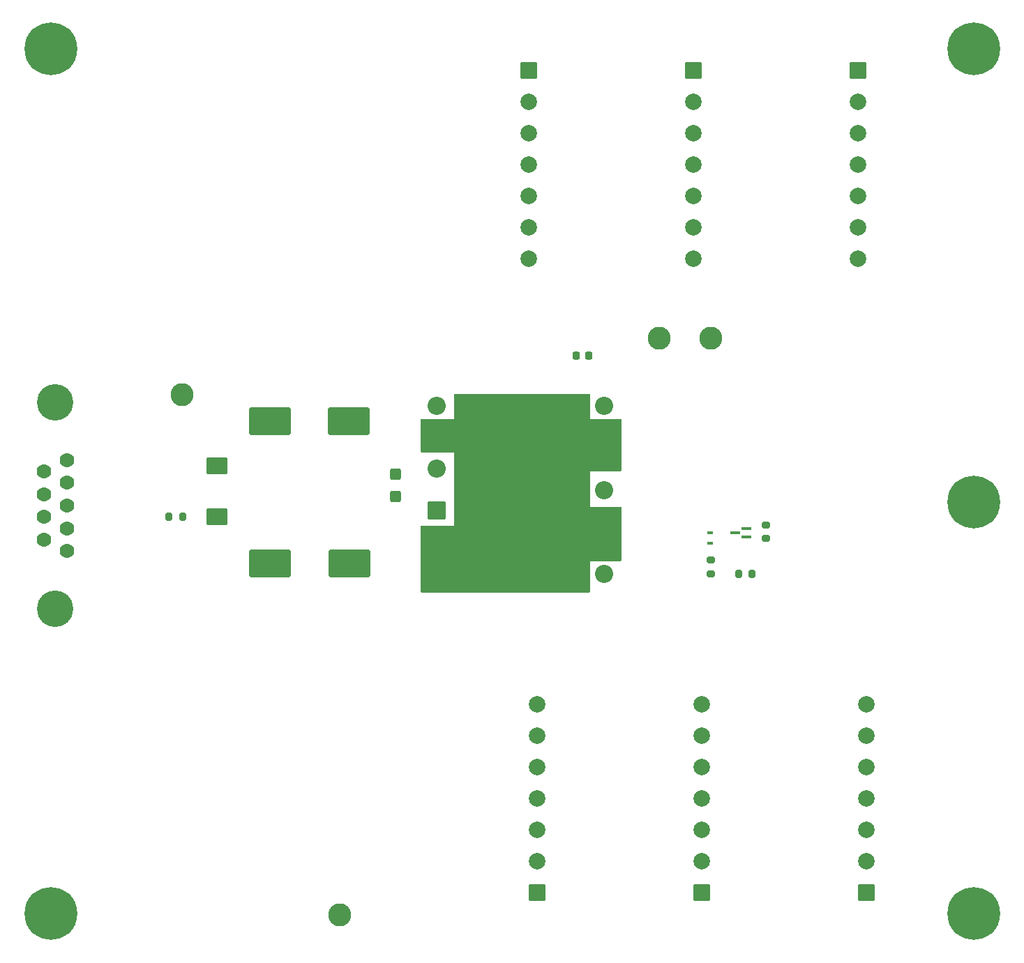
<source format=gbr>
%TF.GenerationSoftware,KiCad,Pcbnew,8.0.6*%
%TF.CreationDate,2025-03-03T14:35:36-05:00*%
%TF.ProjectId,SiPM_Bias_BRD_Telem_PWR,5369504d-5f42-4696-9173-5f4252445f54,rev?*%
%TF.SameCoordinates,Original*%
%TF.FileFunction,Soldermask,Top*%
%TF.FilePolarity,Negative*%
%FSLAX46Y46*%
G04 Gerber Fmt 4.6, Leading zero omitted, Abs format (unit mm)*
G04 Created by KiCad (PCBNEW 8.0.6) date 2025-03-03 14:35:36*
%MOMM*%
%LPD*%
G01*
G04 APERTURE LIST*
G04 Aperture macros list*
%AMRoundRect*
0 Rectangle with rounded corners*
0 $1 Rounding radius*
0 $2 $3 $4 $5 $6 $7 $8 $9 X,Y pos of 4 corners*
0 Add a 4 corners polygon primitive as box body*
4,1,4,$2,$3,$4,$5,$6,$7,$8,$9,$2,$3,0*
0 Add four circle primitives for the rounded corners*
1,1,$1+$1,$2,$3*
1,1,$1+$1,$4,$5*
1,1,$1+$1,$6,$7*
1,1,$1+$1,$8,$9*
0 Add four rect primitives between the rounded corners*
20,1,$1+$1,$2,$3,$4,$5,0*
20,1,$1+$1,$4,$5,$6,$7,0*
20,1,$1+$1,$6,$7,$8,$9,0*
20,1,$1+$1,$8,$9,$2,$3,0*%
G04 Aperture macros list end*
%ADD10RoundRect,0.250000X1.025000X-0.787500X1.025000X0.787500X-1.025000X0.787500X-1.025000X-0.787500X0*%
%ADD11C,6.400000*%
%ADD12RoundRect,0.250000X0.425000X-0.450000X0.425000X0.450000X-0.425000X0.450000X-0.425000X-0.450000X0*%
%ADD13RoundRect,0.102000X0.900000X-0.900000X0.900000X0.900000X-0.900000X0.900000X-0.900000X-0.900000X0*%
%ADD14C,2.004000*%
%ADD15RoundRect,0.200000X-0.275000X0.200000X-0.275000X-0.200000X0.275000X-0.200000X0.275000X0.200000X0*%
%ADD16RoundRect,0.102000X-0.900000X0.900000X-0.900000X-0.900000X0.900000X-0.900000X0.900000X0.900000X0*%
%ADD17RoundRect,0.225000X0.225000X0.250000X-0.225000X0.250000X-0.225000X-0.250000X0.225000X-0.250000X0*%
%ADD18C,2.800000*%
%ADD19C,1.764000*%
%ADD20C,4.420000*%
%ADD21RoundRect,0.170000X2.330000X-1.530000X2.330000X1.530000X-2.330000X1.530000X-2.330000X-1.530000X0*%
%ADD22RoundRect,0.200000X-0.200000X-0.275000X0.200000X-0.275000X0.200000X0.275000X-0.200000X0.275000X0*%
%ADD23R,0.711200X0.444500*%
%ADD24RoundRect,0.102000X1.000000X-1.000000X1.000000X1.000000X-1.000000X1.000000X-1.000000X-1.000000X0*%
%ADD25C,2.204000*%
%ADD26R,1.161200X0.350800*%
G04 APERTURE END LIST*
D10*
%TO.C,C1*%
X255170000Y-196802500D03*
X255170000Y-190577500D03*
%TD*%
D11*
%TO.C,H6*%
X235000000Y-140000000D03*
%TD*%
D12*
%TO.C,C2*%
X276860221Y-194340657D03*
X276860221Y-191640657D03*
%TD*%
D13*
%TO.C,J5*%
X294000000Y-242400000D03*
D14*
X294000000Y-238590000D03*
X294000000Y-234780000D03*
X294000000Y-230970000D03*
X294000000Y-227160000D03*
X294000000Y-223350000D03*
X294000000Y-219540000D03*
%TD*%
D11*
%TO.C,H5*%
X347000000Y-195000000D03*
%TD*%
D15*
%TO.C,R4*%
X315076825Y-202083175D03*
X315076825Y-203733175D03*
%TD*%
D13*
%TO.C,J6*%
X314000000Y-242400000D03*
D14*
X314000000Y-238590000D03*
X314000000Y-234780000D03*
X314000000Y-230970000D03*
X314000000Y-227160000D03*
X314000000Y-223350000D03*
X314000000Y-219540000D03*
%TD*%
D16*
%TO.C,J2*%
X293000000Y-142600000D03*
D14*
X293000000Y-146410000D03*
X293000000Y-150220000D03*
X293000000Y-154030000D03*
X293000000Y-157840000D03*
X293000000Y-161650000D03*
X293000000Y-165460000D03*
%TD*%
D17*
%TO.C,C7*%
X300325221Y-177203157D03*
X298775221Y-177203157D03*
%TD*%
D18*
%TO.C,P5V_{RTN}*%
X315150000Y-175140000D03*
%TD*%
D19*
%TO.C,J1*%
X236980000Y-189900000D03*
X236980000Y-192670000D03*
X236980000Y-195440000D03*
X236980000Y-198210000D03*
X236980000Y-200980000D03*
X234140000Y-191285000D03*
X234140000Y-194055000D03*
X234140000Y-196825000D03*
X234140000Y-199595000D03*
D20*
X235560000Y-182940000D03*
X235560000Y-207940000D03*
%TD*%
D11*
%TO.C,H2*%
X347000000Y-245000000D03*
%TD*%
D13*
%TO.C,J7*%
X334000000Y-242400000D03*
D14*
X334000000Y-238590000D03*
X334000000Y-234780000D03*
X334000000Y-230970000D03*
X334000000Y-227160000D03*
X334000000Y-223350000D03*
X334000000Y-219540000D03*
%TD*%
D11*
%TO.C,H1*%
X235000000Y-245000000D03*
%TD*%
D21*
%TO.C,L2*%
X261570000Y-185191000D03*
X271170000Y-185191000D03*
%TD*%
D16*
%TO.C,J4*%
X333000000Y-142600000D03*
D14*
X333000000Y-146410000D03*
X333000000Y-150220000D03*
X333000000Y-154030000D03*
X333000000Y-157840000D03*
X333000000Y-161650000D03*
X333000000Y-165460000D03*
%TD*%
D22*
%TO.C,R2*%
X318471825Y-203738175D03*
X320121825Y-203738175D03*
%TD*%
D18*
%TO.C,P12V_{RTN}*%
X250930000Y-181990000D03*
%TD*%
D23*
%TO.C,LED1*%
X315066825Y-198769525D03*
X315066825Y-200026825D03*
%TD*%
D18*
%TO.C,P5V*%
X308860000Y-175160000D03*
%TD*%
D24*
%TO.C,U1*%
X281837721Y-196043157D03*
D25*
X281837721Y-190943157D03*
X302137721Y-203743157D03*
X302137721Y-193543157D03*
X302137721Y-183343157D03*
X281837721Y-183343157D03*
%TD*%
D26*
%TO.C,M1*%
X319451825Y-199258174D03*
X319451825Y-198258176D03*
X318101825Y-198758175D03*
%TD*%
D22*
%TO.C,F1*%
X249335221Y-196793157D03*
X250985221Y-196793157D03*
%TD*%
D16*
%TO.C,J3*%
X313000000Y-142600000D03*
D14*
X313000000Y-146410000D03*
X313000000Y-150220000D03*
X313000000Y-154030000D03*
X313000000Y-157840000D03*
X313000000Y-161650000D03*
X313000000Y-165460000D03*
%TD*%
D21*
%TO.C,L1*%
X261630000Y-202461000D03*
X271230000Y-202461000D03*
%TD*%
D18*
%TO.C,Chassis*%
X270030000Y-245110000D03*
%TD*%
D11*
%TO.C,H3*%
X347000000Y-140000000D03*
%TD*%
D15*
%TO.C,R3*%
X321796825Y-197773175D03*
X321796825Y-199423175D03*
%TD*%
G36*
X300425039Y-181883685D02*
G01*
X300470794Y-181936489D01*
X300482000Y-181988000D01*
X300482000Y-184912000D01*
X304168000Y-184912000D01*
X304235039Y-184931685D01*
X304280794Y-184984489D01*
X304292000Y-185036000D01*
X304292000Y-191138000D01*
X304272315Y-191205039D01*
X304219511Y-191250794D01*
X304168000Y-191262000D01*
X300482000Y-191262000D01*
X300482000Y-195580000D01*
X304168000Y-195580000D01*
X304235039Y-195599685D01*
X304280794Y-195652489D01*
X304292000Y-195704000D01*
X304292000Y-202060000D01*
X304272315Y-202127039D01*
X304219511Y-202172794D01*
X304168000Y-202184000D01*
X300482000Y-202184000D01*
X300482000Y-205870000D01*
X300462315Y-205937039D01*
X300409511Y-205982794D01*
X300358000Y-205994000D01*
X280032000Y-205994000D01*
X279964961Y-205974315D01*
X279919206Y-205921511D01*
X279908000Y-205870000D01*
X279908000Y-197990000D01*
X279927685Y-197922961D01*
X279980489Y-197877206D01*
X280032000Y-197866000D01*
X283972000Y-197866000D01*
X283972000Y-188976000D01*
X280032000Y-188976000D01*
X279964961Y-188956315D01*
X279919206Y-188903511D01*
X279908000Y-188852000D01*
X279908000Y-185036000D01*
X279927685Y-184968961D01*
X279980489Y-184923206D01*
X280032000Y-184912000D01*
X283972000Y-184912000D01*
X283972000Y-181988000D01*
X283991685Y-181920961D01*
X284044489Y-181875206D01*
X284096000Y-181864000D01*
X300358000Y-181864000D01*
X300425039Y-181883685D01*
G37*
M02*

</source>
